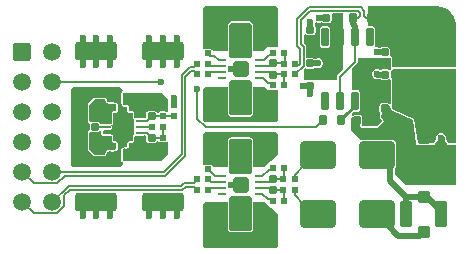
<source format=gtl>
G04*
G04 #@! TF.GenerationSoftware,Altium Limited,Altium Designer,22.4.2 (48)*
G04*
G04 Layer_Physical_Order=1*
G04 Layer_Color=255*
%FSLAX44Y44*%
%MOMM*%
G71*
G04*
G04 #@! TF.SameCoordinates,0052537D-BEB4-46D3-A19B-1C4CA2F22292*
G04*
G04*
G04 #@! TF.FilePolarity,Positive*
G04*
G01*
G75*
%ADD10C,0.5000*%
%ADD11C,0.2500*%
%ADD13C,0.2000*%
G04:AMPARAMS|DCode=14|XSize=0.55mm|YSize=0.5mm|CornerRadius=0.0625mm|HoleSize=0mm|Usage=FLASHONLY|Rotation=90.000|XOffset=0mm|YOffset=0mm|HoleType=Round|Shape=RoundedRectangle|*
%AMROUNDEDRECTD14*
21,1,0.5500,0.3750,0,0,90.0*
21,1,0.4250,0.5000,0,0,90.0*
1,1,0.1250,0.1875,0.2125*
1,1,0.1250,0.1875,-0.2125*
1,1,0.1250,-0.1875,-0.2125*
1,1,0.1250,-0.1875,0.2125*
%
%ADD14ROUNDEDRECTD14*%
G04:AMPARAMS|DCode=15|XSize=0.64mm|YSize=0.6mm|CornerRadius=0.075mm|HoleSize=0mm|Usage=FLASHONLY|Rotation=180.000|XOffset=0mm|YOffset=0mm|HoleType=Round|Shape=RoundedRectangle|*
%AMROUNDEDRECTD15*
21,1,0.6400,0.4500,0,0,180.0*
21,1,0.4900,0.6000,0,0,180.0*
1,1,0.1500,-0.2450,0.2250*
1,1,0.1500,0.2450,0.2250*
1,1,0.1500,0.2450,-0.2250*
1,1,0.1500,-0.2450,-0.2250*
%
%ADD15ROUNDEDRECTD15*%
G04:AMPARAMS|DCode=16|XSize=0.64mm|YSize=0.6mm|CornerRadius=0.075mm|HoleSize=0mm|Usage=FLASHONLY|Rotation=90.000|XOffset=0mm|YOffset=0mm|HoleType=Round|Shape=RoundedRectangle|*
%AMROUNDEDRECTD16*
21,1,0.6400,0.4500,0,0,90.0*
21,1,0.4900,0.6000,0,0,90.0*
1,1,0.1500,0.2250,0.2450*
1,1,0.1500,0.2250,-0.2450*
1,1,0.1500,-0.2250,-0.2450*
1,1,0.1500,-0.2250,0.2450*
%
%ADD16ROUNDEDRECTD16*%
G04:AMPARAMS|DCode=17|XSize=0.55mm|YSize=0.5mm|CornerRadius=0.0625mm|HoleSize=0mm|Usage=FLASHONLY|Rotation=180.000|XOffset=0mm|YOffset=0mm|HoleType=Round|Shape=RoundedRectangle|*
%AMROUNDEDRECTD17*
21,1,0.5500,0.3750,0,0,180.0*
21,1,0.4250,0.5000,0,0,180.0*
1,1,0.1250,-0.2125,0.1875*
1,1,0.1250,0.2125,0.1875*
1,1,0.1250,0.2125,-0.1875*
1,1,0.1250,-0.2125,-0.1875*
%
%ADD17ROUNDEDRECTD17*%
G04:AMPARAMS|DCode=18|XSize=0.85mm|YSize=0.6mm|CornerRadius=0.075mm|HoleSize=0mm|Usage=FLASHONLY|Rotation=270.000|XOffset=0mm|YOffset=0mm|HoleType=Round|Shape=RoundedRectangle|*
%AMROUNDEDRECTD18*
21,1,0.8500,0.4500,0,0,270.0*
21,1,0.7000,0.6000,0,0,270.0*
1,1,0.1500,-0.2250,-0.3500*
1,1,0.1500,-0.2250,0.3500*
1,1,0.1500,0.2250,0.3500*
1,1,0.1500,0.2250,-0.3500*
%
%ADD18ROUNDEDRECTD18*%
%ADD19O,0.8000X0.2000*%
%ADD20O,0.2000X0.8000*%
G04:AMPARAMS|DCode=21|XSize=1.3mm|YSize=1.3mm|CornerRadius=0.1625mm|HoleSize=0mm|Usage=FLASHONLY|Rotation=180.000|XOffset=0mm|YOffset=0mm|HoleType=Round|Shape=RoundedRectangle|*
%AMROUNDEDRECTD21*
21,1,1.3000,0.9750,0,0,180.0*
21,1,0.9750,1.3000,0,0,180.0*
1,1,0.3250,-0.4875,0.4875*
1,1,0.3250,0.4875,0.4875*
1,1,0.3250,0.4875,-0.4875*
1,1,0.3250,-0.4875,-0.4875*
%
%ADD21ROUNDEDRECTD21*%
G04:AMPARAMS|DCode=22|XSize=3mm|YSize=2.33mm|CornerRadius=0.2913mm|HoleSize=0mm|Usage=FLASHONLY|Rotation=0.000|XOffset=0mm|YOffset=0mm|HoleType=Round|Shape=RoundedRectangle|*
%AMROUNDEDRECTD22*
21,1,3.0000,1.7475,0,0,0.0*
21,1,2.4175,2.3300,0,0,0.0*
1,1,0.5825,1.2088,-0.8738*
1,1,0.5825,-1.2088,-0.8738*
1,1,0.5825,-1.2088,0.8738*
1,1,0.5825,1.2088,0.8738*
%
%ADD22ROUNDEDRECTD22*%
G04:AMPARAMS|DCode=23|XSize=3mm|YSize=2.33mm|CornerRadius=0.2913mm|HoleSize=0mm|Usage=FLASHONLY|Rotation=270.000|XOffset=0mm|YOffset=0mm|HoleType=Round|Shape=RoundedRectangle|*
%AMROUNDEDRECTD23*
21,1,3.0000,1.7475,0,0,270.0*
21,1,2.4175,2.3300,0,0,270.0*
1,1,0.5825,-0.8738,-1.2088*
1,1,0.5825,-0.8738,1.2088*
1,1,0.5825,0.8738,1.2088*
1,1,0.5825,0.8738,-1.2088*
%
%ADD23ROUNDEDRECTD23*%
G04:AMPARAMS|DCode=24|XSize=1.55mm|YSize=0.6mm|CornerRadius=0.075mm|HoleSize=0mm|Usage=FLASHONLY|Rotation=90.000|XOffset=0mm|YOffset=0mm|HoleType=Round|Shape=RoundedRectangle|*
%AMROUNDEDRECTD24*
21,1,1.5500,0.4500,0,0,90.0*
21,1,1.4000,0.6000,0,0,90.0*
1,1,0.1500,0.2250,0.7000*
1,1,0.1500,0.2250,-0.7000*
1,1,0.1500,-0.2250,-0.7000*
1,1,0.1500,-0.2250,0.7000*
%
%ADD24ROUNDEDRECTD24*%
G04:AMPARAMS|DCode=25|XSize=1.05mm|YSize=2.2mm|CornerRadius=0.1313mm|HoleSize=0mm|Usage=FLASHONLY|Rotation=0.000|XOffset=0mm|YOffset=0mm|HoleType=Round|Shape=RoundedRectangle|*
%AMROUNDEDRECTD25*
21,1,1.0500,1.9375,0,0,0.0*
21,1,0.7875,2.2000,0,0,0.0*
1,1,0.2625,0.3938,-0.9688*
1,1,0.2625,-0.3938,-0.9688*
1,1,0.2625,-0.3938,0.9688*
1,1,0.2625,0.3938,0.9688*
%
%ADD25ROUNDEDRECTD25*%
G04:AMPARAMS|DCode=26|XSize=1mm|YSize=1mm|CornerRadius=0.125mm|HoleSize=0mm|Usage=FLASHONLY|Rotation=0.000|XOffset=0mm|YOffset=0mm|HoleType=Round|Shape=RoundedRectangle|*
%AMROUNDEDRECTD26*
21,1,1.0000,0.7500,0,0,0.0*
21,1,0.7500,1.0000,0,0,0.0*
1,1,0.2500,0.3750,-0.3750*
1,1,0.2500,-0.3750,-0.3750*
1,1,0.2500,-0.3750,0.3750*
1,1,0.2500,0.3750,0.3750*
%
%ADD26ROUNDEDRECTD26*%
G04:AMPARAMS|DCode=27|XSize=0.6mm|YSize=0.24mm|CornerRadius=0.03mm|HoleSize=0mm|Usage=FLASHONLY|Rotation=0.000|XOffset=0mm|YOffset=0mm|HoleType=Round|Shape=RoundedRectangle|*
%AMROUNDEDRECTD27*
21,1,0.6000,0.1800,0,0,0.0*
21,1,0.5400,0.2400,0,0,0.0*
1,1,0.0600,0.2700,-0.0900*
1,1,0.0600,-0.2700,-0.0900*
1,1,0.0600,-0.2700,0.0900*
1,1,0.0600,0.2700,0.0900*
%
%ADD27ROUNDEDRECTD27*%
G04:AMPARAMS|DCode=28|XSize=3.5mm|YSize=1.6mm|CornerRadius=0.2mm|HoleSize=0mm|Usage=FLASHONLY|Rotation=0.000|XOffset=0mm|YOffset=0mm|HoleType=Round|Shape=RoundedRectangle|*
%AMROUNDEDRECTD28*
21,1,3.5000,1.2000,0,0,0.0*
21,1,3.1000,1.6000,0,0,0.0*
1,1,0.4000,1.5500,-0.6000*
1,1,0.4000,-1.5500,-0.6000*
1,1,0.4000,-1.5500,0.6000*
1,1,0.4000,1.5500,0.6000*
%
%ADD28ROUNDEDRECTD28*%
%ADD29C,1.4850*%
%ADD30C,1.5000*%
G04:AMPARAMS|DCode=31|XSize=1.5mm|YSize=1.5mm|CornerRadius=0.1875mm|HoleSize=0mm|Usage=FLASHONLY|Rotation=270.000|XOffset=0mm|YOffset=0mm|HoleType=Round|Shape=RoundedRectangle|*
%AMROUNDEDRECTD31*
21,1,1.5000,1.1250,0,0,270.0*
21,1,1.1250,1.5000,0,0,270.0*
1,1,0.3750,-0.5625,-0.5625*
1,1,0.3750,-0.5625,0.5625*
1,1,0.3750,0.5625,0.5625*
1,1,0.3750,0.5625,-0.5625*
%
%ADD31ROUNDEDRECTD31*%
%ADD32C,0.1750*%
%ADD33C,0.6000*%
%ADD34C,0.5000*%
G36*
X-64000Y48745D02*
X-68472Y44272D01*
X-68969Y43528D01*
X-69144Y42650D01*
Y39500D01*
X-97000D01*
Y49084D01*
X-95999Y50019D01*
X-95892Y50008D01*
X-95230Y49566D01*
X-94450Y49411D01*
X-89550D01*
X-88770Y49566D01*
X-88305Y49877D01*
X-87575D01*
X-86545Y49450D01*
X-84855D01*
X-83293Y50097D01*
X-82097Y51293D01*
X-81450Y52855D01*
Y54545D01*
X-82097Y56108D01*
X-83293Y57303D01*
X-84855Y57950D01*
X-86545D01*
X-87575Y57523D01*
X-88305D01*
X-88770Y57834D01*
X-89550Y57989D01*
X-94450D01*
X-95385Y59098D01*
Y67551D01*
X-95550Y68380D01*
X-96019Y69083D01*
X-97000Y70064D01*
Y77981D01*
X-96409Y78315D01*
X-95730Y78500D01*
X-95230Y78166D01*
X-94450Y78011D01*
X-89550D01*
X-88770Y78166D01*
X-88108Y78608D01*
X-87666Y79270D01*
X-87511Y80050D01*
Y84550D01*
X-87666Y85330D01*
X-88108Y85992D01*
X-88176Y86038D01*
Y86925D01*
X-87750Y87955D01*
Y87980D01*
X-86480Y88679D01*
X-85445Y88250D01*
X-83755D01*
X-82725Y88677D01*
X-82038D01*
X-81992Y88608D01*
X-81330Y88166D01*
X-80550Y88011D01*
X-76050D01*
X-75270Y88166D01*
X-74608Y88608D01*
X-74166Y89270D01*
X-74011Y90050D01*
Y94950D01*
X-72963Y96042D01*
X-64000D01*
Y48745D01*
D02*
G37*
G36*
X-119000Y100500D02*
Y67500D01*
X-128000D01*
X-132000Y64000D01*
X-140147D01*
Y86500D01*
X-140543Y87457D01*
X-142043Y88957D01*
X-143000Y89353D01*
X-159000D01*
X-159957Y88957D01*
X-161457Y87457D01*
X-161853Y86500D01*
X-161853Y64000D01*
X-174463D01*
Y64125D01*
X-174609Y64857D01*
X-175023Y65477D01*
X-175643Y65891D01*
X-176375Y66037D01*
X-180625D01*
X-181357Y65891D01*
X-181730Y65642D01*
X-182617Y65932D01*
X-183000Y66204D01*
Y100500D01*
X-181000Y102500D01*
X-121000Y102500D01*
X-119000Y100500D01*
D02*
G37*
G36*
X-141500Y86500D02*
Y60000D01*
X-143000Y58500D01*
X-159000D01*
X-160500Y60000D01*
X-160500Y86500D01*
X-159000Y88000D01*
X-143000D01*
X-141500Y86500D01*
D02*
G37*
G36*
X19090Y101781D02*
X22266Y100465D01*
X25124Y98555D01*
X27555Y96124D01*
X29465Y93266D01*
X30780Y90090D01*
X31451Y86719D01*
Y85000D01*
Y50500D01*
X-22647D01*
X-22647Y58500D01*
X-23043Y59457D01*
X-23587Y59682D01*
X-24030Y59923D01*
X-24511Y61050D01*
Y65550D01*
X-24666Y66330D01*
X-25108Y66992D01*
X-25770Y67434D01*
X-26550Y67589D01*
X-31450D01*
X-32230Y67434D01*
X-32695Y67123D01*
X-33425D01*
X-34455Y67550D01*
X-36145D01*
X-36271Y67498D01*
X-36762Y67837D01*
X-37268Y68460D01*
X-37161Y69000D01*
Y83000D01*
X-37316Y83780D01*
X-37758Y84442D01*
X-38420Y84884D01*
X-39200Y85039D01*
X-43500D01*
Y102500D01*
X15473D01*
X19090Y101781D01*
D02*
G37*
G36*
X-24000Y48620D02*
X-24591Y48285D01*
X-25270Y48100D01*
X-25770Y48434D01*
X-26550Y48589D01*
X-31450D01*
X-32230Y48434D01*
X-32695Y48123D01*
X-32942D01*
X-34455Y48750D01*
X-36145D01*
X-37707Y48103D01*
X-38903Y46907D01*
X-39550Y45345D01*
Y43655D01*
X-38903Y42093D01*
X-37707Y40897D01*
X-36145Y40250D01*
X-34455D01*
X-33908Y40477D01*
X-32695D01*
X-32230Y40166D01*
X-31450Y40011D01*
X-26550D01*
X-25770Y40166D01*
X-25270Y40500D01*
X-24591Y40315D01*
X-24000Y39980D01*
X-24000Y20020D01*
X-24591Y19685D01*
X-25270Y19500D01*
X-25770Y19834D01*
X-26550Y19989D01*
X-31450D01*
X-32230Y19834D01*
X-32892Y19392D01*
X-33334Y18730D01*
X-33489Y17950D01*
Y13450D01*
X-33334Y12670D01*
X-32892Y12008D01*
X-32823Y11962D01*
Y11075D01*
X-33250Y10045D01*
Y8355D01*
X-32603Y6793D01*
X-31595Y5785D01*
X-31226Y4402D01*
X-35500Y500D01*
X-47980D01*
X-48348Y1150D01*
X-48523Y1735D01*
X-48166Y2270D01*
X-48011Y3050D01*
Y7950D01*
X-48166Y8730D01*
X-48608Y9392D01*
X-49270Y9834D01*
X-50050Y9989D01*
X-54550D01*
X-55330Y9834D01*
X-55730Y9567D01*
X-56659Y9880D01*
X-57000Y10129D01*
Y11645D01*
X-55684Y12961D01*
X-51900D01*
X-51120Y13116D01*
X-50458Y13558D01*
X-50016Y14220D01*
X-49861Y15000D01*
Y29000D01*
X-50016Y29780D01*
X-50458Y30442D01*
X-51120Y30884D01*
X-51900Y31039D01*
X-56400D01*
X-57000Y31532D01*
Y49256D01*
X-52528Y53728D01*
X-52031Y54472D01*
X-51856Y55350D01*
Y58500D01*
X-24000D01*
X-24000Y48620D01*
D02*
G37*
G36*
X-212375Y23000D02*
Y13204D01*
X-212758Y12932D01*
X-213645Y12642D01*
X-214018Y12891D01*
X-214750Y13037D01*
X-219000D01*
X-219732Y12891D01*
X-220352Y12477D01*
X-220693Y11966D01*
X-221125Y11925D01*
X-222014Y12094D01*
X-222041Y12230D01*
X-222483Y12892D01*
X-223145Y13334D01*
X-223925Y13489D01*
X-228825D01*
X-229605Y13334D01*
X-230267Y12892D01*
X-230709Y12230D01*
X-230864Y11450D01*
Y7955D01*
X-231525Y7294D01*
X-233096D01*
X-233195Y7360D01*
X-233800Y7480D01*
X-239200D01*
X-239627Y7395D01*
X-240104Y7579D01*
X-240897Y8158D01*
Y11599D01*
X-240973Y11783D01*
Y11783D01*
X-241000Y11848D01*
X-241000Y12117D01*
X-241076Y12301D01*
X-241217Y12442D01*
Y12442D01*
X-241266Y12491D01*
X-241362Y12722D01*
X-241369Y12740D01*
X-241369Y12740D01*
X-241510Y12881D01*
X-241759Y12983D01*
X-241808Y13033D01*
X-241808D01*
X-241949Y13174D01*
X-242133Y13250D01*
X-242402Y13250D01*
X-242466Y13277D01*
X-242467Y13277D01*
X-242467Y13277D01*
X-242651Y13353D01*
X-242750D01*
X-242750Y13353D01*
X-245397D01*
X-245397Y16599D01*
X-245473Y16783D01*
X-245473Y16783D01*
X-245473Y16784D01*
X-245500Y16848D01*
X-245500Y17117D01*
X-245576Y17301D01*
X-245717Y17442D01*
Y17442D01*
X-245767Y17491D01*
X-245869Y17740D01*
X-246010Y17881D01*
X-246010Y17881D01*
X-246028Y17888D01*
X-246259Y17983D01*
X-246308Y18033D01*
X-246308D01*
X-246449Y18174D01*
X-246633Y18250D01*
X-246902Y18250D01*
X-246967Y18277D01*
X-246967D01*
X-247151Y18353D01*
X-247250D01*
X-247250Y18353D01*
X-248750D01*
X-248849Y18353D01*
X-249033Y18277D01*
X-249033Y18277D01*
X-249034Y18277D01*
X-249098Y18250D01*
X-249367Y18250D01*
X-250089Y18654D01*
X-250486Y19009D01*
X-250500Y19030D01*
Y28500D01*
X-217875D01*
X-212375Y23000D01*
D02*
G37*
G36*
X-141500Y38000D02*
X-141500Y11500D01*
X-143000Y10000D01*
X-159000D01*
X-160500Y11500D01*
Y38000D01*
X-159000Y39500D01*
X-143000D01*
X-141500Y38000D01*
D02*
G37*
G36*
X-128000Y31500D02*
X-125810D01*
X-125625Y31463D01*
X-121875D01*
X-121690Y31500D01*
X-119000D01*
X-119000Y6000D01*
X-121000Y4000D01*
X-181000D01*
X-183000Y6000D01*
X-183000Y32000D01*
X-181000Y34000D01*
X-181000D01*
X-181000Y34000D01*
X-181000Y34000D01*
X-161853D01*
Y11500D01*
X-161457Y10543D01*
X-159957Y9043D01*
X-159000Y8647D01*
X-143000D01*
X-142043Y9043D01*
X-140543Y10543D01*
X-140147Y11500D01*
X-140147Y34000D01*
X-131500D01*
X-128000Y31500D01*
D02*
G37*
G36*
X-26298Y18559D02*
X-26022Y18375D01*
X-25973Y18365D01*
X-25942Y18326D01*
X-25471Y18266D01*
X-25006Y18173D01*
X-24668Y17855D01*
X-24116Y17096D01*
X-24052Y15448D01*
X-23965Y15260D01*
X-23977Y15053D01*
X-23757Y14807D01*
X-23619Y14507D01*
X-23425Y14435D01*
X-23287Y14281D01*
X-5235Y5593D01*
X-2339Y-14196D01*
X-2120Y-14562D01*
X-1957Y-14957D01*
X-1861Y-14996D01*
X-1808Y-15085D01*
X-1394Y-15190D01*
X-1000Y-15353D01*
X12262D01*
X12627Y-15202D01*
X13014Y-15125D01*
X13091Y-15010D01*
X13219Y-14957D01*
X13370Y-14592D01*
X13589Y-14264D01*
X13673Y-13841D01*
X13941Y-13441D01*
X14564Y-13024D01*
X14756Y-12737D01*
X15018Y-12513D01*
X15752Y-11072D01*
X15757Y-11015D01*
X15797Y-10976D01*
Y-10507D01*
X15799Y-10476D01*
X15853Y-10345D01*
Y-8924D01*
X16294Y-7859D01*
X17109Y-7044D01*
X18174Y-6603D01*
X19326D01*
X20391Y-7044D01*
X21206Y-7859D01*
X21647Y-8924D01*
Y-10345D01*
X21701Y-10476D01*
X21703Y-10507D01*
Y-10976D01*
X21743Y-11015D01*
X21748Y-11072D01*
X22482Y-12513D01*
X22744Y-12737D01*
X22936Y-13024D01*
X23560Y-13441D01*
X23827Y-13841D01*
X23911Y-14264D01*
X24130Y-14592D01*
X24281Y-14957D01*
X24409Y-15010D01*
X24486Y-15125D01*
X24873Y-15202D01*
X25238Y-15353D01*
X31451D01*
Y-49000D01*
X-11300D01*
X-20573Y-39727D01*
Y-35914D01*
X-20311Y-35738D01*
X-19391Y-34362D01*
X-19068Y-32738D01*
Y-15263D01*
X-19391Y-13638D01*
X-20311Y-12262D01*
X-21688Y-11342D01*
X-23312Y-11018D01*
X-47487D01*
X-48984Y-11316D01*
X-57935Y-2365D01*
Y7649D01*
X-57718Y7893D01*
X-56665Y8454D01*
X-56162Y8285D01*
X-56071Y8291D01*
X-55994Y8240D01*
X-55565Y8325D01*
X-55129Y8355D01*
X-55069Y8424D01*
X-54978Y8442D01*
X-54802Y8559D01*
X-54417Y8636D01*
X-50183D01*
X-49798Y8559D01*
X-49584Y8417D01*
X-49440Y8202D01*
X-49364Y7817D01*
Y3183D01*
X-49440Y2798D01*
X-49648Y2487D01*
X-49661Y2420D01*
X-49714Y2378D01*
X-49761Y1921D01*
X-49850Y1471D01*
X-49813Y1415D01*
X-49820Y1348D01*
X-49645Y763D01*
X-49545Y640D01*
X-49526Y483D01*
X-49158Y-167D01*
X-49009Y-283D01*
X-48937Y-457D01*
X-48615Y-590D01*
X-48341Y-804D01*
X-48154Y-781D01*
X-47980Y-853D01*
X-35500D01*
X-35048Y-666D01*
X-34588Y-499D01*
X-30314Y3403D01*
X-30224Y3595D01*
X-30056Y3724D01*
X-30013Y4046D01*
X-29875Y4341D01*
X-29947Y4540D01*
X-29919Y4751D01*
X-30288Y6134D01*
X-30503Y6415D01*
X-30639Y6742D01*
X-31456Y7559D01*
X-31897Y8624D01*
Y9776D01*
X-31573Y10557D01*
Y10827D01*
X-31470Y11075D01*
Y11962D01*
X-31523Y12090D01*
X-31496Y12226D01*
X-31716Y12555D01*
X-31736Y12603D01*
X-31767Y12760D01*
X-31856Y12893D01*
X-31867Y12919D01*
X-31876Y12923D01*
X-32059Y13198D01*
X-32136Y13583D01*
Y17817D01*
X-32059Y18203D01*
X-31916Y18417D01*
X-31702Y18559D01*
X-31317Y18636D01*
X-26683D01*
X-26298Y18559D01*
D02*
G37*
G36*
X-230864Y-7955D02*
Y-11450D01*
X-230709Y-12230D01*
X-230267Y-12892D01*
X-229605Y-13334D01*
X-228825Y-13489D01*
X-223925D01*
X-223145Y-13334D01*
X-222483Y-12892D01*
X-222041Y-12230D01*
X-222014Y-12094D01*
X-221125Y-11925D01*
X-220693Y-11965D01*
X-220352Y-12477D01*
X-219732Y-12891D01*
X-219000Y-13037D01*
X-214750D01*
X-214018Y-12891D01*
X-213645Y-12642D01*
X-212758Y-12932D01*
X-212375Y-13204D01*
Y-23000D01*
X-217875Y-28500D01*
X-250500D01*
Y-19030D01*
X-250486Y-19009D01*
X-250089Y-18654D01*
X-249367Y-18250D01*
X-249098Y-18250D01*
X-249034Y-18277D01*
X-249033Y-18277D01*
X-249033Y-18277D01*
X-248849Y-18353D01*
X-248750Y-18353D01*
X-247250Y-18353D01*
X-247250Y-18353D01*
X-247250Y-18353D01*
X-247151Y-18353D01*
X-247034Y-18305D01*
X-246789Y-18250D01*
X-246633D01*
X-246449Y-18174D01*
X-246449Y-18174D01*
X-246259Y-17984D01*
X-246194Y-17957D01*
X-246194Y-17957D01*
X-246010Y-17881D01*
X-246010Y-17881D01*
X-245870Y-17740D01*
X-245869Y-17740D01*
X-245793Y-17556D01*
X-245793Y-17556D01*
X-245766Y-17491D01*
X-245576Y-17301D01*
X-245500Y-17117D01*
Y-16848D01*
X-245473Y-16783D01*
X-245473Y-16783D01*
X-245397Y-16599D01*
X-245397Y-16500D01*
X-245397Y-16500D01*
Y-13353D01*
X-242750D01*
X-242651Y-13353D01*
X-242467Y-13277D01*
X-242467Y-13277D01*
X-242402Y-13250D01*
X-242133D01*
X-241949Y-13174D01*
X-241759Y-12984D01*
X-241694Y-12957D01*
X-241694Y-12957D01*
X-241510Y-12881D01*
X-241510Y-12881D01*
X-241369Y-12740D01*
X-241369Y-12740D01*
X-241293Y-12556D01*
X-241293Y-12556D01*
X-241266Y-12491D01*
X-241076Y-12301D01*
X-241000Y-12117D01*
Y-11848D01*
X-240973Y-11783D01*
X-240973Y-11783D01*
X-240897Y-11599D01*
X-240897Y-11500D01*
X-240897Y-11500D01*
Y-8158D01*
X-240104Y-7579D01*
X-239627Y-7395D01*
X-239200Y-7480D01*
X-233800D01*
X-233195Y-7360D01*
X-233096Y-7294D01*
X-231525D01*
X-230864Y-7955D01*
D02*
G37*
G36*
X-250562Y31026D02*
X-250984Y29653D01*
X-251457Y29457D01*
X-251853Y28500D01*
Y19030D01*
X-251826Y18964D01*
X-251837Y18932D01*
X-251701Y18650D01*
X-251636Y18296D01*
X-251623Y18274D01*
X-251507Y18195D01*
X-251457Y18073D01*
X-251414Y18056D01*
X-251387Y17999D01*
X-250990Y17645D01*
X-250845Y17594D01*
X-250750Y17474D01*
X-250028Y17069D01*
X-249686Y17029D01*
X-249616Y17000D01*
X-249616Y17000D01*
X-249616D01*
X-249367Y16897D01*
X-249098Y16897D01*
X-248875Y16990D01*
X-248875D01*
X-248850Y17000D01*
X-248750Y17000D01*
X-247250D01*
X-247250Y17000D01*
X-247151D01*
X-246967Y16924D01*
X-246826Y16783D01*
X-246750Y16599D01*
Y16500D01*
X-246750Y13353D01*
X-246354Y12396D01*
X-245397Y12000D01*
X-242750D01*
Y12000D01*
X-242651D01*
X-242467Y11924D01*
X-242326Y11783D01*
X-242250Y11599D01*
Y11500D01*
Y8158D01*
X-242208Y8056D01*
X-242234Y7949D01*
X-242015Y7590D01*
X-241854Y7201D01*
X-241752Y7159D01*
X-241695Y7065D01*
X-241000Y6557D01*
X-241000Y-6558D01*
X-241695Y-7065D01*
X-241752Y-7159D01*
X-241854Y-7201D01*
X-242015Y-7590D01*
X-242234Y-7949D01*
X-242208Y-8056D01*
X-242250Y-8158D01*
Y-10797D01*
D01*
Y-11500D01*
X-242250D01*
X-242250Y-11600D01*
X-242326Y-11783D01*
X-242467Y-11924D01*
X-242651Y-12000D01*
X-242750Y-12000D01*
X-245397D01*
X-246354Y-12396D01*
X-246750Y-13353D01*
Y-16500D01*
X-246750Y-16500D01*
X-246750Y-16600D01*
X-246826Y-16783D01*
X-246967Y-16924D01*
X-247151Y-17000D01*
X-247250Y-17000D01*
X-247953D01*
D01*
X-248078Y-17000D01*
X-248750D01*
X-248750Y-17000D01*
X-248750D01*
X-248750Y-17000D01*
X-248850Y-17000D01*
X-248850Y-17000D01*
X-249098Y-16897D01*
X-249367Y-16897D01*
X-249616Y-17000D01*
X-249616D01*
X-249616Y-17000D01*
X-249686Y-17029D01*
X-250028Y-17069D01*
X-250750Y-17473D01*
X-250845Y-17594D01*
X-250990Y-17645D01*
X-251387Y-17999D01*
X-251414Y-18056D01*
X-251457Y-18073D01*
X-251507Y-18194D01*
X-251622Y-18274D01*
X-251636Y-18295D01*
X-251701Y-18650D01*
X-251837Y-18932D01*
X-251826Y-18964D01*
X-251853Y-19030D01*
Y-28500D01*
X-251457Y-29457D01*
X-250903Y-29686D01*
X-250447Y-31026D01*
X-253421Y-34000D01*
X-292500D01*
X-294500Y-32000D01*
Y32000D01*
X-292500Y34000D01*
X-253535D01*
X-250562Y31026D01*
D02*
G37*
G36*
X31451Y-14000D02*
X25238D01*
X25101Y-13313D01*
X24535Y-12465D01*
X23687Y-11899D01*
X22953Y-10458D01*
X23000Y-10345D01*
Y-8655D01*
X22353Y-7092D01*
X21157Y-5897D01*
X19595Y-5250D01*
X17905D01*
X16343Y-5897D01*
X15147Y-7092D01*
X14500Y-8655D01*
Y-10345D01*
X14547Y-10458D01*
X13813Y-11899D01*
X12965Y-12465D01*
X12399Y-13313D01*
X12262Y-14000D01*
X-1000D01*
X-4000Y6500D01*
X-22700Y15500D01*
X-22854Y19457D01*
X-22696Y19659D01*
X-22719Y19846D01*
X-22647Y20020D01*
X-22647Y39980D01*
X-22719Y40154D01*
X-22696Y40341D01*
X-22910Y40616D01*
X-23043Y40937D01*
X-23217Y41009D01*
X-23333Y41157D01*
X-23704Y41368D01*
X-23927Y47108D01*
X-23924Y47108D01*
X-23333Y47443D01*
X-23217Y47591D01*
X-23043Y47663D01*
X-22910Y47985D01*
X-22696Y48259D01*
X-21685Y49000D01*
X31451D01*
X31451Y-14000D01*
D02*
G37*
G36*
X-119000Y-6000D02*
Y-24000D01*
X-131500Y-34000D01*
X-140147D01*
Y-11500D01*
X-140543Y-10543D01*
X-142043Y-9043D01*
X-143000Y-8647D01*
X-159000D01*
X-159957Y-9043D01*
X-161457Y-10543D01*
X-161853Y-11500D01*
X-161853Y-34000D01*
X-174463D01*
Y-33875D01*
X-174609Y-33143D01*
X-175023Y-32523D01*
X-175643Y-32109D01*
X-176375Y-31963D01*
X-180625D01*
X-181357Y-32109D01*
X-181730Y-32358D01*
X-182617Y-32068D01*
X-183000Y-31796D01*
Y-6000D01*
X-181000Y-4000D01*
X-121000D01*
X-119000Y-6000D01*
D02*
G37*
G36*
X-141500Y-11500D02*
Y-38000D01*
X-143000Y-39500D01*
X-159000D01*
X-160500Y-38000D01*
X-160500Y-11500D01*
X-159000Y-10000D01*
X-143000D01*
X-141500Y-11500D01*
D02*
G37*
G36*
X-141500Y-60000D02*
X-141500Y-86500D01*
X-143000Y-88000D01*
X-159000D01*
X-160500Y-86500D01*
Y-60000D01*
X-159000Y-58500D01*
X-143000D01*
X-141500Y-60000D01*
D02*
G37*
G36*
X-119000Y-74000D02*
Y-100500D01*
X-121000Y-102500D01*
X-181000D01*
X-183000Y-100500D01*
Y-66000D01*
X-181000Y-64000D01*
X-181000D01*
X-181000Y-64000D01*
X-181000Y-64000D01*
X-161853D01*
Y-86500D01*
X-161457Y-87457D01*
X-159957Y-88957D01*
X-159000Y-89353D01*
X-143000D01*
X-142043Y-88957D01*
X-140543Y-87457D01*
X-140147Y-86500D01*
X-140147Y-64000D01*
X-131500D01*
X-119000Y-74000D01*
D02*
G37*
%LPC*%
G36*
X-77300Y85039D02*
X-81800D01*
X-82580Y84884D01*
X-83242Y84442D01*
X-83684Y83780D01*
X-83839Y83000D01*
Y69000D01*
X-83684Y68220D01*
X-83242Y67558D01*
X-82580Y67116D01*
X-81800Y66961D01*
X-77300D01*
X-76520Y67116D01*
X-75858Y67558D01*
X-75416Y68220D01*
X-75261Y69000D01*
Y83000D01*
X-75416Y83780D01*
X-75858Y84442D01*
X-76520Y84884D01*
X-77300Y85039D01*
D02*
G37*
G36*
X-265791Y24853D02*
X-274500D01*
X-275457Y24457D01*
X-280082Y19832D01*
X-280478Y18875D01*
Y5000D01*
X-280082Y4043D01*
X-278974Y2935D01*
X-278609Y2784D01*
X-278555Y2748D01*
X-278614Y2450D01*
Y-2450D01*
X-278555Y-2748D01*
X-278609Y-2784D01*
X-278974Y-2935D01*
X-280082Y-4043D01*
X-280084Y-4049D01*
X-280090Y-4052D01*
X-280282Y-4527D01*
X-280478Y-5000D01*
X-280476Y-5006D01*
X-280478Y-5012D01*
X-280353Y-19012D01*
X-280153Y-19484D01*
X-279957Y-19957D01*
X-275457Y-24457D01*
X-274500Y-24853D01*
X-265991D01*
X-265034Y-24457D01*
X-264638Y-23500D01*
Y-22863D01*
X-264197Y-21798D01*
X-263382Y-20983D01*
X-262317Y-20542D01*
X-261164D01*
X-260236Y-20927D01*
X-259967D01*
X-259718Y-21030D01*
X-259038D01*
X-258910Y-20977D01*
X-258774Y-21004D01*
X-258446Y-20784D01*
X-258397Y-20764D01*
X-258240Y-20733D01*
X-258107Y-20644D01*
X-258081Y-20633D01*
X-258077Y-20624D01*
X-257803Y-20440D01*
X-257417Y-20364D01*
X-256250D01*
X-255293Y-19967D01*
X-254897Y-19011D01*
Y-13353D01*
X-255293Y-12396D01*
X-256250Y-12000D01*
X-258250D01*
X-258349Y-12000D01*
X-258533Y-11924D01*
X-258674Y-11783D01*
X-258750Y-11600D01*
X-258750Y-11500D01*
Y-10797D01*
Y-7919D01*
X-258833Y-7719D01*
X-258815Y-7504D01*
X-259023Y-7259D01*
X-259146Y-6963D01*
X-259346Y-6880D01*
X-259487Y-6715D01*
X-259767Y-6571D01*
X-259843Y-6565D01*
X-259898Y-6513D01*
X-260888Y-6133D01*
X-261266Y-6142D01*
X-261637Y-6068D01*
X-261933Y-6127D01*
X-267067D01*
X-267277Y-6086D01*
X-267342Y-6042D01*
X-267386Y-5977D01*
X-267427Y-5767D01*
Y-4399D01*
X-267587Y-4014D01*
X-267684Y-3607D01*
X-267533Y-3256D01*
X-266931Y-2480D01*
X-261800D01*
X-261195Y-2360D01*
X-260683Y-2017D01*
X-260340Y-1505D01*
X-260220Y-900D01*
Y900D01*
X-260319Y1402D01*
X-260277Y1443D01*
X-260098Y1486D01*
X-259305Y2065D01*
X-259248Y2159D01*
X-259146Y2201D01*
X-258985Y2590D01*
X-258766Y2949D01*
X-258792Y3056D01*
X-258750Y3158D01*
Y10797D01*
Y11500D01*
X-258750Y11599D01*
X-258674Y11783D01*
X-258533Y11924D01*
X-258349Y12000D01*
X-258250Y12000D01*
X-257547D01*
D01*
X-256250Y12000D01*
X-255293Y12396D01*
X-254897Y13353D01*
Y19011D01*
X-255293Y19967D01*
X-256250Y20364D01*
X-257417D01*
X-257803Y20440D01*
X-258077Y20624D01*
X-258081Y20633D01*
X-258107Y20644D01*
X-258240Y20733D01*
X-258397Y20764D01*
X-258446Y20784D01*
X-258774Y21004D01*
X-258910Y20977D01*
X-259038Y21030D01*
X-259813D01*
X-260062Y20927D01*
X-260331D01*
X-260965Y20664D01*
X-262117D01*
X-263182Y21105D01*
X-263997Y21920D01*
X-264438Y22985D01*
Y23500D01*
X-264834Y24457D01*
X-265791Y24853D01*
D02*
G37*
%LPD*%
G36*
Y22716D02*
X-265144Y21154D01*
X-263948Y19958D01*
X-262386Y19311D01*
X-260695D01*
X-259813Y19677D01*
X-259038D01*
X-258992Y19608D01*
X-258330Y19166D01*
X-257550Y19011D01*
X-256250D01*
Y13353D01*
X-258250Y13353D01*
X-258349Y13353D01*
X-258533Y13277D01*
X-258533Y13277D01*
X-258598Y13250D01*
X-258867D01*
X-259051Y13174D01*
X-259241Y12984D01*
X-259306Y12957D01*
X-259306Y12957D01*
X-259490Y12881D01*
X-259490Y12881D01*
X-259631Y12740D01*
X-259631Y12740D01*
X-259707Y12556D01*
X-259707Y12556D01*
X-259734Y12491D01*
X-259924Y12301D01*
X-260000Y12117D01*
Y11848D01*
X-260027Y11783D01*
X-260027Y11783D01*
X-260103Y11599D01*
X-260103Y11500D01*
Y3158D01*
X-260896Y2579D01*
X-261373Y2395D01*
X-261800Y2480D01*
X-267200D01*
X-267805Y2360D01*
X-267904Y2294D01*
X-270036D01*
Y2450D01*
X-270191Y3230D01*
X-270633Y3892D01*
X-271295Y4334D01*
X-272075Y4489D01*
X-276575D01*
X-277355Y4334D01*
X-278017Y3892D01*
X-279125Y5000D01*
Y18875D01*
X-274500Y23500D01*
X-265791D01*
Y22716D01*
D02*
G37*
G36*
X-269432Y-3497D02*
X-268780Y-4399D01*
Y-5900D01*
X-268660Y-6505D01*
X-268318Y-7017D01*
X-267805Y-7360D01*
X-267200Y-7480D01*
X-261800D01*
X-261373Y-7395D01*
X-260383Y-7776D01*
X-260103Y-7919D01*
Y-11500D01*
X-260103Y-11599D01*
X-260027Y-11783D01*
X-260027Y-11783D01*
X-260000Y-11848D01*
X-260000Y-12098D01*
X-260000Y-12117D01*
X-260000Y-12117D01*
X-259924Y-12301D01*
X-259783Y-12442D01*
X-259783Y-12442D01*
X-259734Y-12491D01*
X-259707Y-12556D01*
X-259707Y-12556D01*
X-259631Y-12740D01*
X-259631Y-12740D01*
X-259490Y-12881D01*
X-259490Y-12881D01*
X-259306Y-12957D01*
X-259306Y-12957D01*
X-259241Y-12984D01*
X-259192Y-13033D01*
X-259192Y-13033D01*
X-259051Y-13174D01*
X-258867Y-13250D01*
X-258598D01*
X-258533Y-13277D01*
X-258533Y-13277D01*
X-258349Y-13353D01*
X-258250Y-13353D01*
X-256250D01*
Y-19011D01*
X-257550D01*
X-258330Y-19166D01*
X-258992Y-19608D01*
X-259038Y-19677D01*
X-259718D01*
X-260895Y-19189D01*
X-262586D01*
X-264148Y-19836D01*
X-265344Y-21031D01*
X-265991Y-22594D01*
Y-23500D01*
X-274500D01*
X-279000Y-19000D01*
X-279125Y-5000D01*
X-278017Y-3892D01*
X-277355Y-4334D01*
X-276575Y-4489D01*
X-272075D01*
X-271295Y-4334D01*
X-270633Y-3892D01*
X-270250Y-3319D01*
X-269859Y-3227D01*
X-269432Y-3497D01*
D02*
G37*
D10*
X-289912Y14710D02*
X-289767D01*
X-290305Y14318D02*
X-289912Y14710D01*
X-284125Y10000D02*
Y19358D01*
X-283989Y19494D01*
X-289504Y-16363D02*
X-284308D01*
X-284125Y-16180D01*
X-290305Y10000D02*
Y14318D01*
X-178500Y71750D02*
Y79122D01*
X-176559Y81063D01*
X-35400Y-24000D02*
X-24397Y-35003D01*
Y-45603D02*
Y-35003D01*
Y-45603D02*
X-11000Y-59000D01*
X4000D01*
X-10750Y-74000D02*
Y-59250D01*
X-11000Y-59000D02*
X-10750Y-59250D01*
X-35300Y34500D02*
X-29000D01*
X-41500Y26500D02*
X-35200D01*
X-264639Y-15111D02*
X-264250Y-15500D01*
X-264639Y-15111D02*
Y-11568D01*
X-92000Y63500D02*
X-85700D01*
X-264500Y10000D02*
Y15493D01*
Y6581D02*
Y10000D01*
Y15493D02*
X-264420Y15573D01*
X-274500Y16500D02*
X-274325Y16325D01*
Y10000D02*
Y16325D01*
X-274500Y-16500D02*
X-274325Y-16325D01*
Y-10000D01*
X-261541Y23561D02*
X-261480Y23500D01*
X-255300D01*
Y29680D02*
X-255239Y29741D01*
X-255300Y23500D02*
Y29680D01*
X-255361Y-29741D02*
X-255300Y-29680D01*
Y-23500D01*
X-261741Y-23439D02*
X-261680Y-23500D01*
X-255500D01*
X-284125Y-16180D02*
Y-10000D01*
X-290366Y-9939D02*
X-290305Y-10000D01*
X-284125D01*
X-290305Y10000D02*
X-284125D01*
X-207733Y24612D02*
X-207625Y24504D01*
Y18750D02*
Y24504D01*
X-155700Y77000D02*
Y83300D01*
X-146300Y77000D02*
Y83300D01*
X-155700Y-21000D02*
Y-14700D01*
X-146300Y-83300D02*
Y-77000D01*
X-146300Y-21000D02*
Y-14700D01*
X-155700Y-83300D02*
Y-77000D01*
X-146300Y14700D02*
Y21000D01*
X-155700Y14700D02*
Y21000D01*
X-35300Y53700D02*
X-29000D01*
X-42500Y5500D02*
X-36200D01*
X-92168Y68144D02*
X-92000Y68312D01*
Y72700D01*
Y44300D02*
X-85700D01*
X-35400Y-74000D02*
X-17400Y-92000D01*
X-40250Y92500D02*
X-11446D01*
X-171800Y21000D02*
X-165500D01*
Y14700D02*
Y21000D01*
X-165300Y-83300D02*
Y-77000D01*
X-158883Y49000D02*
X-151000D01*
X-92000Y53700D02*
X-85700D01*
X-136700Y77000D02*
X-130400D01*
X-136700D02*
Y83300D01*
X-67000Y65200D02*
Y71500D01*
X-136700Y-21000D02*
X-130400D01*
X-136700D02*
Y-14700D01*
X-136700Y-77000D02*
X-130400D01*
X-136700Y-83300D02*
Y-77000D01*
X-158883Y-49000D02*
X-151000D01*
X-171600Y-77000D02*
X-165300D01*
X-52784Y-516D02*
Y5016D01*
X-52820Y6020D02*
X-52300Y5500D01*
X-52784Y5016D02*
X-52300Y5500D01*
X-165300Y-21000D02*
Y-14700D01*
X-171600Y-21000D02*
X-165300D01*
X-178500Y-26250D02*
Y-19950D01*
X-10875Y-38500D02*
X-10625D01*
X-10750Y-24000D02*
Y-9500D01*
Y-38500D02*
Y-24000D01*
X-136700Y14700D02*
Y21000D01*
X-55750Y86941D02*
X-54150Y85341D01*
Y76000D02*
Y85341D01*
X-41500Y26500D02*
Y32800D01*
X-98300Y34700D02*
X-92000D01*
Y28200D02*
Y34500D01*
X-35300Y44300D02*
X-29000D01*
X-35300D02*
Y44500D01*
X-29000Y9200D02*
Y15500D01*
X-55750Y86941D02*
Y92500D01*
X-68700Y86826D02*
X-68650Y86776D01*
X-84600Y92500D02*
X-78300D01*
X-68700Y86826D02*
Y92500D01*
X-35300Y63300D02*
X-29000D01*
X-165300Y77000D02*
Y83300D01*
X-92000Y82500D02*
Y88800D01*
X18750Y-24000D02*
Y-9500D01*
X-4000Y-39000D02*
X4000D01*
X12000D01*
X18625Y-38500D02*
X18875D01*
X18750D02*
Y-24000D01*
X-17400Y-92000D02*
X1000D01*
X6619Y-59000D02*
X18750Y-71131D01*
Y-74000D02*
Y-71131D01*
X1000Y-92000D02*
X4000Y-89000D01*
Y-59000D02*
X6619D01*
X4000Y74100D02*
Y77054D01*
X4000Y5400D02*
Y23900D01*
Y-9000D02*
Y5400D01*
X-11446Y92500D02*
X4000Y77054D01*
X-284750Y69000D02*
Y75300D01*
X-273000Y69000D02*
Y75300D01*
X-261250Y69000D02*
Y75300D01*
X-284750Y52700D02*
Y59000D01*
X-273000Y52700D02*
Y59000D01*
X-261250Y52700D02*
Y59000D01*
X-228750Y-75300D02*
Y-69000D01*
X-217000Y-75300D02*
Y-69000D01*
X-205250Y-75300D02*
Y-69000D01*
X-228750Y69000D02*
Y75300D01*
X-217000Y69000D02*
Y75300D01*
X-205250Y69000D02*
Y75300D01*
X-228750Y52700D02*
Y59000D01*
X-217000Y52700D02*
Y59000D01*
X-205250Y52700D02*
Y59000D01*
X-261250Y-75300D02*
Y-69000D01*
X-273000Y-75300D02*
Y-69000D01*
X-284750Y-75300D02*
Y-69000D01*
D11*
X-65750Y5500D02*
Y6500D01*
X-64100Y8150D02*
Y8278D01*
X-65750Y6500D02*
X-64100Y8150D01*
X-60750Y11500D02*
X-55120Y17130D01*
Y21030D02*
X-55120Y21030D01*
X-55120Y17130D02*
Y21030D01*
X-55120Y21030D02*
X-54150Y22000D01*
X-60878Y11500D02*
X-60750D01*
X-64100Y8278D02*
X-60878Y11500D01*
D13*
X-190584Y-47334D02*
X-187750Y-44500D01*
X-198834Y-47334D02*
X-190584D01*
X-201625Y-50125D02*
X-199448Y-47948D01*
X-198834Y-47334D01*
X-197488Y-50584D02*
X-190666D01*
X-187750Y-53500D01*
X-200279Y-53375D02*
X-197488Y-50584D01*
X-295779Y-53375D02*
X-200279D01*
X-300500Y-58096D02*
X-295779Y-53375D01*
X-297125Y-50125D02*
X-201625D01*
X-310500Y-63500D02*
X-297500Y-50500D01*
X-297125Y-50125D01*
X-214754Y-41350D02*
X-197748Y-24344D01*
Y-23748D01*
X-299961Y-41350D02*
X-215350D01*
X-197748Y-23748D02*
Y42188D01*
X-215350Y-41350D02*
X-214754D01*
X-200998Y-22998D02*
Y43534D01*
X-310500Y-38100D02*
X-216100D01*
X-200998Y-22998D01*
X-187750Y53265D02*
Y53500D01*
X-190472Y50543D02*
X-187750Y53265D01*
X-193989Y50543D02*
X-190472D01*
X-195251Y49280D02*
X-193989Y50543D01*
X-200998Y43534D02*
X-195251Y49280D01*
X-190482Y47293D02*
X-187750Y44562D01*
X-192642Y47293D02*
X-190482D01*
X-197748Y42188D02*
X-192642Y47293D01*
X-306462Y-47850D02*
X-299961Y-41350D01*
X-335900Y-38100D02*
X-326150Y-47850D01*
X-306462D01*
Y-73250D02*
X-300500Y-67288D01*
Y-58096D01*
X-335900Y-63500D02*
X-326150Y-73250D01*
X-306462D01*
X-226375Y-9200D02*
X-216925D01*
X-230575Y-5000D02*
X-226375Y-9200D01*
X-236500Y-5000D02*
X-230575D01*
X-216925Y-9200D02*
X-216875Y-9250D01*
X-274325Y0D02*
X-264500D01*
X-255500Y-5000D02*
X-250500Y0D01*
X-264500Y-5000D02*
X-255500D01*
X-216875Y9250D02*
X-207625D01*
X-216925Y9200D02*
X-216875Y9250D01*
X-226375Y9200D02*
X-216925D01*
X-230575Y5000D02*
X-226375Y9200D01*
X-236500Y5000D02*
X-230575D01*
X-216875Y-9250D02*
Y0D01*
X-236500D02*
X-226375D01*
X-178250Y53500D02*
X-176250Y51500D01*
Y46500D02*
X-166500D01*
X-176250Y51500D02*
X-166500D01*
X-178250Y44500D02*
X-176250Y46500D01*
X-135500Y51500D02*
X-135487Y51487D01*
X-135500Y56500D02*
X-131512D01*
X-135500Y41500D02*
X-131813D01*
X-135474Y46526D02*
X-126777D01*
X-126450Y46200D01*
X-131512Y56500D02*
X-127262Y60750D01*
X-135487Y51487D02*
X-126513D01*
X-114441Y44691D02*
X-114250Y44500D01*
Y43878D02*
X-114250Y43878D01*
X-123009Y44691D02*
X-114441D01*
X-123500Y44200D02*
X-123009Y44691D01*
X-126450Y46200D02*
X-125500D01*
X-123500Y44200D01*
X-114456Y44084D02*
X-114250Y43878D01*
X-123000Y54300D02*
X-115050D01*
X-114250Y53500D01*
X-125500Y51800D02*
X-123000Y54300D01*
X-126200Y51800D02*
X-125500D01*
X-126513Y51487D02*
X-126200Y51800D01*
X-114250Y53500D02*
X-113800Y53950D01*
X-123750Y62250D02*
Y62500D01*
X-127262Y60750D02*
X-125250D01*
X-114250Y62500D02*
X-114039Y62289D01*
X-113800Y53950D02*
Y62289D01*
X-114039D02*
X-113800D01*
X-125250Y60750D02*
X-123750Y62250D01*
X-123700Y-53800D02*
X-123500D01*
X-123200Y-53500D01*
X-115050Y-53250D02*
X-114500Y-53800D01*
X-126000Y-51500D02*
X-123700Y-53800D01*
X-123200Y-53500D02*
X-114750D01*
X-126000Y-46500D02*
X-123700Y-44200D01*
X-123200Y-44500D02*
X-114750D01*
X-123500Y-44200D02*
X-123200Y-44500D01*
X-123700Y-44200D02*
X-123500D01*
X-124121Y-35121D02*
Y-34379D01*
X-127250Y-36250D02*
X-125250D01*
X-114500Y-34750D02*
X-114250Y-34500D01*
X-114500Y-44150D02*
Y-34750D01*
X-105250Y-44500D02*
Y-40389D01*
X-125250Y-36250D02*
X-124121Y-35121D01*
X-114500Y-44150D02*
X-114450Y-44200D01*
X-135500Y-56500D02*
X-132500D01*
X-123750Y-63000D02*
Y-62750D01*
X-125250Y-61250D02*
X-123750Y-62750D01*
X-127750Y-61250D02*
X-125250D01*
X-132500Y-56500D02*
X-127750Y-61250D01*
X-135500Y-51500D02*
X-126000D01*
X-105250Y-57512D02*
Y-53500D01*
X-114500Y-62750D02*
X-114250Y-63000D01*
X-114500Y-62750D02*
Y-53800D01*
X-97824Y-66176D02*
Y-64938D01*
X-105250Y-57512D02*
X-97824Y-64938D01*
X-135500Y-41500D02*
X-132500D01*
X-127250Y-36250D01*
X-135500Y-46500D02*
X-126000D01*
X-176250Y-51500D02*
X-166500D01*
X-178250Y-53500D02*
X-176250Y-51500D01*
X-178250Y-44500D02*
X-176250Y-46500D01*
X-166500D01*
X-96999Y-32137D02*
X-92388D01*
X-97824Y-66176D02*
X-90000Y-74000D01*
X-105250Y-40389D02*
X-96999Y-32137D01*
X-90000Y-74000D02*
X-85600D01*
X-123750Y35500D02*
Y35750D01*
X-127563Y37250D02*
X-125250D01*
X-123750Y35750D01*
X-131813Y41500D02*
X-127563Y37250D01*
X-66850Y42650D02*
X-54150Y55350D01*
X-114250Y35500D02*
Y43878D01*
X-66850Y22000D02*
Y42650D01*
X-54150Y55350D02*
Y76000D01*
D14*
X-187750Y-53500D02*
D03*
X-178250Y-44500D02*
D03*
X-187750D02*
D03*
Y44500D02*
D03*
X-178250D02*
D03*
Y-53500D02*
D03*
X-187750Y53500D02*
D03*
X-178250D02*
D03*
X-114250Y-63000D02*
D03*
X-123750D02*
D03*
X-114250Y62500D02*
D03*
X-123750D02*
D03*
X-105250Y-53500D02*
D03*
X-114750D02*
D03*
X-114250Y-34500D02*
D03*
X-123750D02*
D03*
X-104750Y53500D02*
D03*
X-114250D02*
D03*
Y35500D02*
D03*
X-123750D02*
D03*
X-104750Y44500D02*
D03*
X-114250D02*
D03*
X-105250Y-44500D02*
D03*
X-114750D02*
D03*
X-226375Y0D02*
D03*
X-216875D02*
D03*
D15*
X-226375Y-18800D02*
D03*
Y-9200D02*
D03*
X-92000Y34700D02*
D03*
Y44300D02*
D03*
X-29000Y34700D02*
D03*
Y44300D02*
D03*
X-92000Y53700D02*
D03*
Y63300D02*
D03*
Y72700D02*
D03*
Y82300D02*
D03*
X-123500Y-53800D02*
D03*
Y-44200D02*
D03*
Y44200D02*
D03*
Y53800D02*
D03*
X-29000Y63300D02*
D03*
Y53700D02*
D03*
Y25300D02*
D03*
Y15700D02*
D03*
X-226375Y9200D02*
D03*
Y18800D02*
D03*
D16*
X-52300Y5500D02*
D03*
X-42700D02*
D03*
X-78300Y92500D02*
D03*
X-68700D02*
D03*
X-136700Y-77000D02*
D03*
X-146300D02*
D03*
X-136700Y-21000D02*
D03*
X-146300D02*
D03*
X-155700Y-77000D02*
D03*
X-165300D02*
D03*
Y21000D02*
D03*
X-155700D02*
D03*
X-146300Y77000D02*
D03*
X-136700D02*
D03*
X-165300Y-21000D02*
D03*
X-155700D02*
D03*
X-136700Y21000D02*
D03*
X-146300D02*
D03*
X-165300Y77000D02*
D03*
X-155700D02*
D03*
X-245700Y-23500D02*
D03*
X-255300D02*
D03*
X-274325Y-10000D02*
D03*
X-283925D02*
D03*
X-255300Y23500D02*
D03*
X-245700D02*
D03*
X-283925Y10000D02*
D03*
X-274325D02*
D03*
X-283925Y0D02*
D03*
X-274325D02*
D03*
D17*
X-178500Y71750D02*
D03*
Y62250D02*
D03*
Y-26250D02*
D03*
Y-35750D02*
D03*
X-207625Y18750D02*
D03*
Y9250D02*
D03*
X-216875Y18750D02*
D03*
Y9250D02*
D03*
Y-9250D02*
D03*
Y-18750D02*
D03*
D18*
X-55750Y92500D02*
D03*
X-40250D02*
D03*
X-81250Y5500D02*
D03*
X-65750D02*
D03*
D19*
X-135500Y41500D02*
D03*
Y46500D02*
D03*
Y51500D02*
D03*
Y56500D02*
D03*
X-166500D02*
D03*
Y51500D02*
D03*
Y46500D02*
D03*
Y41500D02*
D03*
X-135500Y-56500D02*
D03*
Y-51500D02*
D03*
Y-46500D02*
D03*
Y-41500D02*
D03*
X-166500D02*
D03*
Y-46500D02*
D03*
Y-51500D02*
D03*
Y-56500D02*
D03*
D20*
X-143500Y64500D02*
D03*
X-148500D02*
D03*
X-153500D02*
D03*
X-158500D02*
D03*
Y33500D02*
D03*
X-153500D02*
D03*
X-148500D02*
D03*
X-143500D02*
D03*
Y-33500D02*
D03*
X-148500D02*
D03*
X-153500D02*
D03*
X-158500D02*
D03*
Y-64500D02*
D03*
X-153500D02*
D03*
X-148500D02*
D03*
X-143500D02*
D03*
D21*
X-151000Y49000D02*
D03*
Y-49000D02*
D03*
D22*
X-85600Y-74000D02*
D03*
X-35400D02*
D03*
X-35400Y-24000D02*
D03*
X-85600D02*
D03*
D23*
X4000Y23900D02*
D03*
X4000Y74100D02*
D03*
D24*
X-79550Y22000D02*
D03*
X-66850D02*
D03*
X-54150D02*
D03*
X-41450D02*
D03*
Y76000D02*
D03*
X-54150D02*
D03*
X-66850D02*
D03*
X-79550D02*
D03*
D25*
X-10750Y-74000D02*
D03*
X18750D02*
D03*
X-10750Y-24000D02*
D03*
X18750D02*
D03*
D26*
X4000Y-59000D02*
D03*
Y-89000D02*
D03*
Y-9000D02*
D03*
Y-39000D02*
D03*
D27*
X-236500Y10000D02*
D03*
Y5000D02*
D03*
Y0D02*
D03*
Y-5000D02*
D03*
Y-10000D02*
D03*
X-264500D02*
D03*
Y-5000D02*
D03*
Y0D02*
D03*
Y5000D02*
D03*
Y10000D02*
D03*
D28*
X-273000Y-64000D02*
D03*
X-217000D02*
D03*
X-273000Y64000D02*
D03*
X-217000D02*
D03*
D29*
X-250500Y0D02*
D03*
D30*
X-310500Y-12700D02*
D03*
X-335900D02*
D03*
X-310500Y12700D02*
D03*
X-335900D02*
D03*
X-310500Y63500D02*
D03*
X-335900Y38100D02*
D03*
X-310500D02*
D03*
X-335900Y-38100D02*
D03*
Y-63500D02*
D03*
X-310500Y-38100D02*
D03*
Y-63500D02*
D03*
D31*
X-335900Y63500D02*
D03*
D32*
X-310500Y38100D02*
X-218400D01*
X-188000Y7000D02*
Y32000D01*
Y7000D02*
X-180500Y-500D01*
X-87250D01*
X-81250Y5500D01*
X-104750Y44683D02*
X-97551Y51881D01*
Y67551D01*
X-100625Y53118D02*
Y66264D01*
X-102949Y68588D02*
X-100625Y66264D01*
X-99949Y69949D02*
X-97551Y67551D01*
X-104750Y44500D02*
Y44683D01*
X-103523Y52273D02*
X-101470D01*
X-100625Y53118D01*
X-104750Y53500D02*
X-103523Y52273D01*
X-176875Y-37375D02*
X-176545D01*
X-172420Y-41500D02*
X-166500D01*
X-176545Y-37375D02*
X-172420Y-41500D01*
X-178500Y-35750D02*
X-176875Y-37375D01*
X-51500Y92000D02*
X-49680Y93820D01*
X-40750Y92000D02*
X-40250Y92500D01*
X-55750Y92000D02*
X-51500D01*
X-46183Y93683D02*
Y98090D01*
X-51209Y98209D02*
X-49680Y96680D01*
X-92129Y98209D02*
X-51209D01*
X-93372Y101209D02*
X-49302D01*
X-99949Y90389D02*
X-92129Y98209D01*
X-49302Y101209D02*
X-46183Y98090D01*
X-100625Y93956D02*
X-93372Y101209D01*
X-49680Y93820D02*
Y96680D01*
X-44500Y92000D02*
X-40750D01*
X-46183Y93683D02*
X-44500Y92000D01*
X-173193Y60125D02*
X-169568Y56500D01*
X-176875Y60125D02*
Y60625D01*
Y60125D02*
X-173193D01*
X-169568Y56500D02*
X-166500D01*
X-178500Y62250D02*
X-176875Y60625D01*
X-102949Y68588D02*
Y91632D01*
X-99949Y69949D02*
Y90389D01*
X-102949Y91632D02*
X-100625Y93956D01*
D33*
X-289767Y14710D02*
D03*
X-283989Y19494D02*
D03*
X-289504Y-16363D02*
D03*
X-176559Y81063D02*
D03*
X-218400Y38100D02*
D03*
X-188000Y32000D02*
D03*
X-233477Y-23500D02*
D03*
X-233477Y23500D02*
D03*
X-239488D02*
D03*
X-239488Y-23500D02*
D03*
X-291209Y-24457D02*
D03*
X-289904Y31102D02*
D03*
X-264420Y15573D02*
D03*
X-274500Y16500D02*
D03*
X-264250Y-15500D02*
D03*
X-274500Y-16500D02*
D03*
X-261541Y23561D02*
D03*
X-255239Y29741D02*
D03*
X-255361Y-29741D02*
D03*
X-261741Y-23439D02*
D03*
X-290366Y-9939D02*
D03*
X-207733Y24612D02*
D03*
X-146300Y-14700D02*
D03*
X-155700D02*
D03*
X-146300Y83300D02*
D03*
X-155700D02*
D03*
X-155700Y-83300D02*
D03*
X-146300D02*
D03*
X-155700Y14700D02*
D03*
X-146300D02*
D03*
X-35300Y34500D02*
D03*
Y53700D02*
D03*
X-85700Y44300D02*
D03*
Y63500D02*
D03*
X-92168Y68144D02*
D03*
X-36200Y5500D02*
D03*
X-179500Y7500D02*
D03*
X-179500Y-7500D02*
D03*
Y99000D02*
D03*
X-178500Y-19950D02*
D03*
X-136700Y14700D02*
D03*
X-171800Y21000D02*
D03*
X-165500Y14700D02*
D03*
X-35200Y26500D02*
D03*
X-8500Y3000D02*
D03*
X-10750Y-9500D02*
D03*
X-21500Y9500D02*
D03*
X-4000Y-39000D02*
D03*
X-52500Y-800D02*
D03*
X-29000Y9200D02*
D03*
X-35500Y-7500D02*
D03*
X-25000D02*
D03*
X-122500D02*
D03*
X-45000Y-4000D02*
D03*
X-179500Y-99000D02*
D03*
X-136700Y-83300D02*
D03*
X-122500Y-99000D02*
D03*
X-165300Y-83300D02*
D03*
X-136700Y83300D02*
D03*
X-165300D02*
D03*
X18750Y-9500D02*
D03*
Y-38500D02*
D03*
X12000Y-39000D02*
D03*
X-158883Y49000D02*
D03*
X-122500Y7500D02*
D03*
X-98300Y34700D02*
D03*
X-35300Y63300D02*
D03*
X-67000Y65200D02*
D03*
X-68650Y86776D02*
D03*
X-84600Y92500D02*
D03*
X-122500Y99000D02*
D03*
X-130400Y77000D02*
D03*
X-92000Y88800D02*
D03*
X-130400Y-77000D02*
D03*
X-165300Y-14700D02*
D03*
X-171600Y-21000D02*
D03*
X-130400D02*
D03*
X-136700Y-14700D02*
D03*
X-171600Y-77000D02*
D03*
X-158883Y-49000D02*
D03*
X-10750Y-38500D02*
D03*
X-41500Y32800D02*
D03*
X-85700Y53700D02*
D03*
X-35300Y44500D02*
D03*
X-92000Y28200D02*
D03*
X-284750Y75300D02*
D03*
X-273000D02*
D03*
X-261250D02*
D03*
X-284750Y52700D02*
D03*
X-273000D02*
D03*
X-261250D02*
D03*
X-228750Y-75300D02*
D03*
X-217000D02*
D03*
X-205250D02*
D03*
X-228750Y75300D02*
D03*
X-217000D02*
D03*
X-205250D02*
D03*
X-228750Y52700D02*
D03*
X-217000D02*
D03*
X-205250D02*
D03*
X-261250Y-75300D02*
D03*
X-273000D02*
D03*
X-284750D02*
D03*
D34*
X-244750Y0D02*
D03*
X-256250D02*
D03*
X-250500Y-9500D02*
D03*
Y9500D02*
D03*
M02*

</source>
